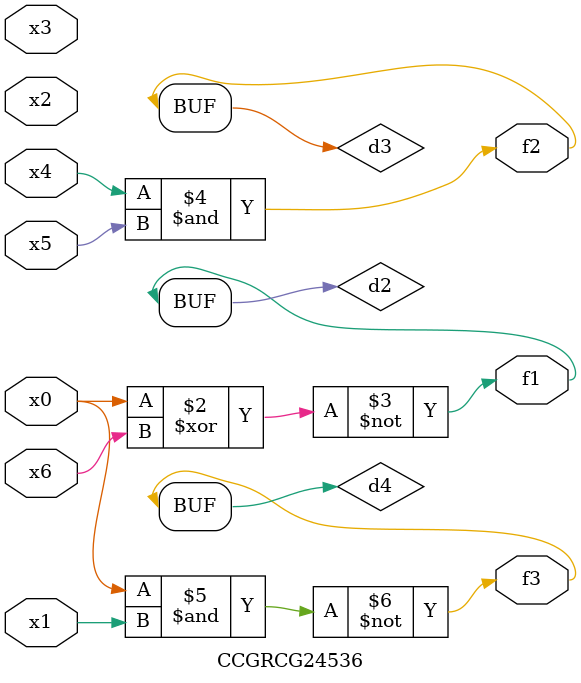
<source format=v>
module CCGRCG24536(
	input x0, x1, x2, x3, x4, x5, x6,
	output f1, f2, f3
);

	wire d1, d2, d3, d4;

	nor (d1, x0);
	xnor (d2, x0, x6);
	and (d3, x4, x5);
	nand (d4, x0, x1);
	assign f1 = d2;
	assign f2 = d3;
	assign f3 = d4;
endmodule

</source>
